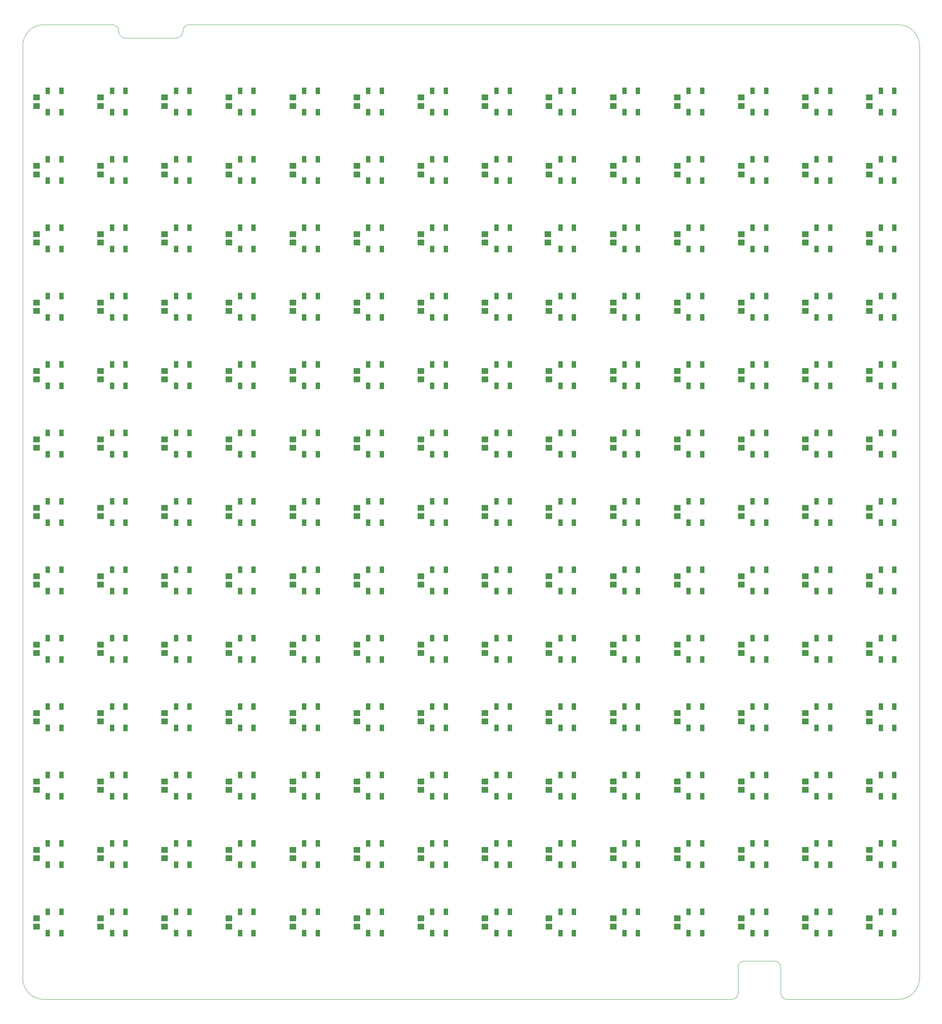
<source format=gbr>
%FSLAX46Y46*%
G04 Gerber Fmt 4.6, Leading zero omitted, Abs format (unit mm)*
G04 Created by KiCad (PCBNEW (2014-09-25 BZR 5147)-product) date Monday 13 October 2014 06:08:43 PM IST*
%MOMM*%
G01*
G04 APERTURE LIST*
%ADD10C,0.150000*%
%ADD11C,0.100000*%
%ADD12R,1.550000X1.350000*%
%ADD13R,1.016000X1.524000*%
G04 APERTURE END LIST*
D10*
D11*
X220000000Y-269000000D02*
X59000000Y-269000000D01*
X233000000Y-269000000D02*
X259000000Y-269000000D01*
X231500000Y-261500000D02*
X231500000Y-267500000D01*
X221500000Y-267500000D02*
X221500000Y-261500000D01*
X231500000Y-267500000D02*
G75*
G03X233000000Y-269000000I1500000J0D01*
G74*
G01*
X220000000Y-269000000D02*
G75*
G03X221500000Y-267500000I0J1500000D01*
G74*
G01*
X231500000Y-261500000D02*
G75*
G03X230000000Y-260000000I-1500000J0D01*
G74*
G01*
X223000000Y-260000000D02*
G75*
G03X221500000Y-261500000I0J-1500000D01*
G74*
G01*
X264000000Y-46000000D02*
X264000000Y-264000000D01*
X93000000Y-41000000D02*
X259000000Y-41000000D01*
X75000000Y-41000000D02*
X59000000Y-41000000D01*
X76500000Y-42500000D02*
X76500000Y-42600000D01*
X76500000Y-42500000D02*
G75*
G03X75000000Y-41000000I-1500000J0D01*
G74*
G01*
X91500000Y-42500000D02*
X91500000Y-42600000D01*
X93000000Y-41000000D02*
G75*
G03X91500000Y-42500000I0J-1500000D01*
G74*
G01*
X90000000Y-44100000D02*
G75*
G03X91500000Y-42600000I0J1500000D01*
G74*
G01*
X76500000Y-42600000D02*
G75*
G03X78000000Y-44100000I1500000J0D01*
G74*
G01*
X84000000Y-44100000D02*
X90000000Y-44100000D01*
X84000000Y-44100000D02*
X78000000Y-44100000D01*
X54000000Y-264000000D02*
X54000000Y-46000000D01*
X259000000Y-269000000D02*
G75*
G03X264000000Y-264000000I0J5000000D01*
G74*
G01*
X264000000Y-46000000D02*
G75*
G03X259000000Y-41000000I-5000000J0D01*
G74*
G01*
X59000000Y-41000000D02*
G75*
G03X54000000Y-46000000I0J-5000000D01*
G74*
G01*
X54000000Y-264000000D02*
G75*
G03X59000000Y-269000000I5000000J0D01*
G74*
G01*
X230000000Y-260000000D02*
X223000000Y-260000000D01*
D12*
X252250000Y-250000000D03*
X252250000Y-252000000D03*
X237250000Y-250000000D03*
X237250000Y-252000000D03*
X222250000Y-250000000D03*
X222250000Y-252000000D03*
X207250000Y-250000000D03*
X207250000Y-252000000D03*
X192250000Y-250000000D03*
X192250000Y-252000000D03*
X177250000Y-250000000D03*
X177250000Y-252000000D03*
X162250000Y-250000000D03*
X162250000Y-252000000D03*
X147250000Y-250000000D03*
X147250000Y-252000000D03*
X132250000Y-250000000D03*
X132250000Y-252000000D03*
X117250000Y-250000000D03*
X117250000Y-252000000D03*
X102250000Y-250000000D03*
X102250000Y-252000000D03*
X87250000Y-250000000D03*
X87250000Y-252000000D03*
X72250000Y-250000000D03*
X72250000Y-252000000D03*
X57250000Y-250000000D03*
X57250000Y-252000000D03*
X252250000Y-234000000D03*
X252250000Y-236000000D03*
X237250000Y-234000000D03*
X237250000Y-236000000D03*
X222250000Y-234000000D03*
X222250000Y-236000000D03*
X207250000Y-234000000D03*
X207250000Y-236000000D03*
X192250000Y-234000000D03*
X192250000Y-236000000D03*
X177250000Y-234000000D03*
X177250000Y-236000000D03*
X162250000Y-234000000D03*
X162250000Y-236000000D03*
X147250000Y-234000000D03*
X147250000Y-236000000D03*
X132250000Y-234000000D03*
X132250000Y-236000000D03*
X117250000Y-234000000D03*
X117250000Y-236000000D03*
X102250000Y-234000000D03*
X102250000Y-236000000D03*
X87250000Y-234000000D03*
X87250000Y-236000000D03*
X72250000Y-234000000D03*
X72250000Y-236000000D03*
X57250000Y-234000000D03*
X57250000Y-236000000D03*
X252250000Y-218000000D03*
X252250000Y-220000000D03*
X237250000Y-218000000D03*
X237250000Y-220000000D03*
X222250000Y-218000000D03*
X222250000Y-220000000D03*
X207250000Y-218000000D03*
X207250000Y-220000000D03*
X192250000Y-218000000D03*
X192250000Y-220000000D03*
X177250000Y-218000000D03*
X177250000Y-220000000D03*
X162250000Y-218000000D03*
X162250000Y-220000000D03*
X147250000Y-218000000D03*
X147250000Y-220000000D03*
X132250000Y-218000000D03*
X132250000Y-220000000D03*
X117250000Y-218000000D03*
X117250000Y-220000000D03*
X102250000Y-218000000D03*
X102250000Y-220000000D03*
X87250000Y-218000000D03*
X87250000Y-220000000D03*
X72250000Y-218000000D03*
X72250000Y-220000000D03*
X57250000Y-218000000D03*
X57250000Y-220000000D03*
X252250000Y-202000000D03*
X252250000Y-204000000D03*
X237250000Y-202000000D03*
X237250000Y-204000000D03*
X222250000Y-202000000D03*
X222250000Y-204000000D03*
X207250000Y-202000000D03*
X207250000Y-204000000D03*
X192250000Y-202000000D03*
X192250000Y-204000000D03*
X177250000Y-202000000D03*
X177250000Y-204000000D03*
X162250000Y-202000000D03*
X162250000Y-204000000D03*
X147250000Y-202000000D03*
X147250000Y-204000000D03*
X132250000Y-202000000D03*
X132250000Y-204000000D03*
X117250000Y-202000000D03*
X117250000Y-204000000D03*
X102250000Y-202000000D03*
X102250000Y-204000000D03*
X87250000Y-202000000D03*
X87250000Y-204000000D03*
X72250000Y-202000000D03*
X72250000Y-204000000D03*
X57250000Y-202000000D03*
X57250000Y-204000000D03*
X252250000Y-186000000D03*
X252250000Y-188000000D03*
X237250000Y-186000000D03*
X237250000Y-188000000D03*
X222250000Y-186000000D03*
X222250000Y-188000000D03*
X207250000Y-186000000D03*
X207250000Y-188000000D03*
X192250000Y-186000000D03*
X192250000Y-188000000D03*
X177250000Y-186000000D03*
X177250000Y-188000000D03*
X162250000Y-186000000D03*
X162250000Y-188000000D03*
X147250000Y-186000000D03*
X147250000Y-188000000D03*
X132250000Y-186000000D03*
X132250000Y-188000000D03*
X117250000Y-186000000D03*
X117250000Y-188000000D03*
X102250000Y-186000000D03*
X102250000Y-188000000D03*
X87250000Y-186000000D03*
X87250000Y-188000000D03*
X72250000Y-186000000D03*
X72250000Y-188000000D03*
X57250000Y-186000000D03*
X57250000Y-188000000D03*
X252250000Y-170000000D03*
X252250000Y-172000000D03*
X237250000Y-170000000D03*
X237250000Y-172000000D03*
X222250000Y-170000000D03*
X222250000Y-172000000D03*
X207250000Y-170000000D03*
X207250000Y-172000000D03*
X192250000Y-170000000D03*
X192250000Y-172000000D03*
X177250000Y-170000000D03*
X177250000Y-172000000D03*
X162250000Y-170000000D03*
X162250000Y-172000000D03*
X147250000Y-170000000D03*
X147250000Y-172000000D03*
X132250000Y-170000000D03*
X132250000Y-172000000D03*
X117250000Y-170000000D03*
X117250000Y-172000000D03*
X102250000Y-170000000D03*
X102250000Y-172000000D03*
X87250000Y-170000000D03*
X87250000Y-172000000D03*
X72250000Y-170000000D03*
X72250000Y-172000000D03*
X57250000Y-170000000D03*
X57250000Y-172000000D03*
X252250000Y-154000000D03*
X252250000Y-156000000D03*
X237250000Y-154000000D03*
X237250000Y-156000000D03*
X222250000Y-154000000D03*
X222250000Y-156000000D03*
X207250000Y-154000000D03*
X207250000Y-156000000D03*
X192250000Y-154000000D03*
X192250000Y-156000000D03*
X177250000Y-154000000D03*
X177250000Y-156000000D03*
X162250000Y-154000000D03*
X162250000Y-156000000D03*
X147250000Y-154000000D03*
X147250000Y-156000000D03*
X132250000Y-154000000D03*
X132250000Y-156000000D03*
X117250000Y-154000000D03*
X117250000Y-156000000D03*
X102250000Y-154000000D03*
X102250000Y-156000000D03*
X87250000Y-154000000D03*
X87250000Y-156000000D03*
X72250000Y-154000000D03*
X72250000Y-156000000D03*
X57250000Y-154000000D03*
X57250000Y-156000000D03*
X252250000Y-138000000D03*
X252250000Y-140000000D03*
X237250000Y-138000000D03*
X237250000Y-140000000D03*
X222250000Y-138000000D03*
X222250000Y-140000000D03*
X207250000Y-138000000D03*
X207250000Y-140000000D03*
X192250000Y-138000000D03*
X192250000Y-140000000D03*
X177250000Y-138000000D03*
X177250000Y-140000000D03*
X162250000Y-138000000D03*
X162250000Y-140000000D03*
X147250000Y-138000000D03*
X147250000Y-140000000D03*
X132250000Y-138000000D03*
X132250000Y-140000000D03*
X117250000Y-138000000D03*
X117250000Y-140000000D03*
X102250000Y-138000000D03*
X102250000Y-140000000D03*
X87250000Y-138000000D03*
X87250000Y-140000000D03*
X72250000Y-138000000D03*
X72250000Y-140000000D03*
X57250000Y-138000000D03*
X57250000Y-140000000D03*
X252250000Y-122000000D03*
X252250000Y-124000000D03*
X237250000Y-122000000D03*
X237250000Y-124000000D03*
X222250000Y-122000000D03*
X222250000Y-124000000D03*
X207250000Y-122000000D03*
X207250000Y-124000000D03*
X192250000Y-122000000D03*
X192250000Y-124000000D03*
X177250000Y-122000000D03*
X177250000Y-124000000D03*
X162250000Y-122000000D03*
X162250000Y-124000000D03*
X147250000Y-122000000D03*
X147250000Y-124000000D03*
X132250000Y-122000000D03*
X132250000Y-124000000D03*
X117250000Y-122000000D03*
X117250000Y-124000000D03*
X102250000Y-122000000D03*
X102250000Y-124000000D03*
X87250000Y-122000000D03*
X87250000Y-124000000D03*
X72250000Y-122000000D03*
X72250000Y-124000000D03*
X57250000Y-122000000D03*
X57250000Y-124000000D03*
X252250000Y-106000000D03*
X252250000Y-108000000D03*
X237250000Y-106000000D03*
X237250000Y-108000000D03*
X222250000Y-106000000D03*
X222250000Y-108000000D03*
X207250000Y-106000000D03*
X207250000Y-108000000D03*
X192250000Y-106000000D03*
X192250000Y-108000000D03*
X177250000Y-106000000D03*
X177250000Y-108000000D03*
X162250000Y-106000000D03*
X162250000Y-108000000D03*
X147250000Y-106000000D03*
X147250000Y-108000000D03*
X132250000Y-106000000D03*
X132250000Y-108000000D03*
X117250000Y-106000000D03*
X117250000Y-108000000D03*
X102250000Y-106000000D03*
X102250000Y-108000000D03*
X87250000Y-106000000D03*
X87250000Y-108000000D03*
X72250000Y-106000000D03*
X72250000Y-108000000D03*
X57250000Y-106000000D03*
X57250000Y-108000000D03*
X252250000Y-90000000D03*
X252250000Y-92000000D03*
X237250000Y-90000000D03*
X237250000Y-92000000D03*
X222250000Y-90000000D03*
X222250000Y-92000000D03*
X207250000Y-90000000D03*
X207250000Y-92000000D03*
X192250000Y-90000000D03*
X192250000Y-92000000D03*
X177000000Y-90000000D03*
X177000000Y-92000000D03*
X162250000Y-90000000D03*
X162250000Y-92000000D03*
X147250000Y-90000000D03*
X147250000Y-92000000D03*
X132250000Y-90000000D03*
X132250000Y-92000000D03*
X117250000Y-90000000D03*
X117250000Y-92000000D03*
X102250000Y-90000000D03*
X102250000Y-92000000D03*
X87250000Y-90000000D03*
X87250000Y-92000000D03*
X72250000Y-90000000D03*
X72250000Y-92000000D03*
X57250000Y-90000000D03*
X57250000Y-92000000D03*
X252250000Y-74000000D03*
X252250000Y-76000000D03*
X237250000Y-74000000D03*
X237250000Y-76000000D03*
X222250000Y-74000000D03*
X222250000Y-76000000D03*
X207250000Y-74000000D03*
X207250000Y-76000000D03*
X192250000Y-74000000D03*
X192250000Y-76000000D03*
X177250000Y-74000000D03*
X177250000Y-76000000D03*
X162250000Y-74000000D03*
X162250000Y-76000000D03*
X147250000Y-74000000D03*
X147250000Y-76000000D03*
X132250000Y-74000000D03*
X132250000Y-76000000D03*
X117250000Y-74000000D03*
X117250000Y-76000000D03*
X102250000Y-74000000D03*
X102250000Y-76000000D03*
X87250000Y-74000000D03*
X87250000Y-76000000D03*
X72250000Y-74000000D03*
X72250000Y-76000000D03*
X57250000Y-74000000D03*
X57250000Y-76000000D03*
X252250000Y-58000000D03*
X252250000Y-60000000D03*
X237250000Y-58000000D03*
X237250000Y-60000000D03*
X222250000Y-58000000D03*
X222250000Y-60000000D03*
X207250000Y-58000000D03*
X207250000Y-60000000D03*
X192250000Y-58000000D03*
X192250000Y-60000000D03*
X177250000Y-58000000D03*
X177250000Y-60000000D03*
X162250000Y-58000000D03*
X162250000Y-60000000D03*
X147250000Y-58000000D03*
X147250000Y-60000000D03*
X132250000Y-58000000D03*
X132250000Y-60000000D03*
X117250000Y-58000000D03*
X117250000Y-60000000D03*
X102250000Y-58000000D03*
X102250000Y-60000000D03*
X87250000Y-58000000D03*
X87250000Y-60000000D03*
X72250000Y-58000000D03*
X72250000Y-60000000D03*
X57250000Y-58000000D03*
X57250000Y-60000000D03*
D13*
X138087500Y-72523500D03*
X134912500Y-72523500D03*
X134912500Y-77476500D03*
X138087500Y-77476500D03*
X258087500Y-248523500D03*
X254912500Y-248523500D03*
X254912500Y-253476500D03*
X258087500Y-253476500D03*
X243087500Y-248523500D03*
X239912500Y-248523500D03*
X239912500Y-253476500D03*
X243087500Y-253476500D03*
X228087500Y-248523500D03*
X224912500Y-248523500D03*
X224912500Y-253476500D03*
X228087500Y-253476500D03*
X213087500Y-248523500D03*
X209912500Y-248523500D03*
X209912500Y-253476500D03*
X213087500Y-253476500D03*
X198087500Y-248523500D03*
X194912500Y-248523500D03*
X194912500Y-253476500D03*
X198087500Y-253476500D03*
X183087500Y-248523500D03*
X179912500Y-248523500D03*
X179912500Y-253476500D03*
X183087500Y-253476500D03*
X168087500Y-248523500D03*
X164912500Y-248523500D03*
X164912500Y-253476500D03*
X168087500Y-253476500D03*
X153087500Y-248523500D03*
X149912500Y-248523500D03*
X149912500Y-253476500D03*
X153087500Y-253476500D03*
X138087500Y-248523500D03*
X134912500Y-248523500D03*
X134912500Y-253476500D03*
X138087500Y-253476500D03*
X123087500Y-248523500D03*
X119912500Y-248523500D03*
X119912500Y-253476500D03*
X123087500Y-253476500D03*
X108087500Y-248523500D03*
X104912500Y-248523500D03*
X104912500Y-253476500D03*
X108087500Y-253476500D03*
X93087500Y-248523500D03*
X89912500Y-248523500D03*
X89912500Y-253476500D03*
X93087500Y-253476500D03*
X78087500Y-248523500D03*
X74912500Y-248523500D03*
X74912500Y-253476500D03*
X78087500Y-253476500D03*
X63087500Y-248523500D03*
X59912500Y-248523500D03*
X59912500Y-253476500D03*
X63087500Y-253476500D03*
X258087500Y-232523500D03*
X254912500Y-232523500D03*
X254912500Y-237476500D03*
X258087500Y-237476500D03*
X243087500Y-232523500D03*
X239912500Y-232523500D03*
X239912500Y-237476500D03*
X243087500Y-237476500D03*
X228087500Y-232523500D03*
X224912500Y-232523500D03*
X224912500Y-237476500D03*
X228087500Y-237476500D03*
X213087500Y-232523500D03*
X209912500Y-232523500D03*
X209912500Y-237476500D03*
X213087500Y-237476500D03*
X198087500Y-232523500D03*
X194912500Y-232523500D03*
X194912500Y-237476500D03*
X198087500Y-237476500D03*
X183087500Y-232523500D03*
X179912500Y-232523500D03*
X179912500Y-237476500D03*
X183087500Y-237476500D03*
X168087500Y-232523500D03*
X164912500Y-232523500D03*
X164912500Y-237476500D03*
X168087500Y-237476500D03*
X153087500Y-232523500D03*
X149912500Y-232523500D03*
X149912500Y-237476500D03*
X153087500Y-237476500D03*
X138087500Y-232523500D03*
X134912500Y-232523500D03*
X134912500Y-237476500D03*
X138087500Y-237476500D03*
X123087500Y-232523500D03*
X119912500Y-232523500D03*
X119912500Y-237476500D03*
X123087500Y-237476500D03*
X108087500Y-232523500D03*
X104912500Y-232523500D03*
X104912500Y-237476500D03*
X108087500Y-237476500D03*
X93087500Y-232523500D03*
X89912500Y-232523500D03*
X89912500Y-237476500D03*
X93087500Y-237476500D03*
X78087500Y-232523500D03*
X74912500Y-232523500D03*
X74912500Y-237476500D03*
X78087500Y-237476500D03*
X63087500Y-232523500D03*
X59912500Y-232523500D03*
X59912500Y-237476500D03*
X63087500Y-237476500D03*
X258087500Y-216523500D03*
X254912500Y-216523500D03*
X254912500Y-221476500D03*
X258087500Y-221476500D03*
X243087500Y-216523500D03*
X239912500Y-216523500D03*
X239912500Y-221476500D03*
X243087500Y-221476500D03*
X228087500Y-216523500D03*
X224912500Y-216523500D03*
X224912500Y-221476500D03*
X228087500Y-221476500D03*
X213087500Y-216523500D03*
X209912500Y-216523500D03*
X209912500Y-221476500D03*
X213087500Y-221476500D03*
X198087500Y-216523500D03*
X194912500Y-216523500D03*
X194912500Y-221476500D03*
X198087500Y-221476500D03*
X183087500Y-216523500D03*
X179912500Y-216523500D03*
X179912500Y-221476500D03*
X183087500Y-221476500D03*
X168087500Y-216523500D03*
X164912500Y-216523500D03*
X164912500Y-221476500D03*
X168087500Y-221476500D03*
X153087500Y-216523500D03*
X149912500Y-216523500D03*
X149912500Y-221476500D03*
X153087500Y-221476500D03*
X138087500Y-216523500D03*
X134912500Y-216523500D03*
X134912500Y-221476500D03*
X138087500Y-221476500D03*
X123087500Y-216523500D03*
X119912500Y-216523500D03*
X119912500Y-221476500D03*
X123087500Y-221476500D03*
X108087500Y-216523500D03*
X104912500Y-216523500D03*
X104912500Y-221476500D03*
X108087500Y-221476500D03*
X93087500Y-216523500D03*
X89912500Y-216523500D03*
X89912500Y-221476500D03*
X93087500Y-221476500D03*
X78087500Y-216523500D03*
X74912500Y-216523500D03*
X74912500Y-221476500D03*
X78087500Y-221476500D03*
X63087500Y-216523500D03*
X59912500Y-216523500D03*
X59912500Y-221476500D03*
X63087500Y-221476500D03*
X258087500Y-200523500D03*
X254912500Y-200523500D03*
X254912500Y-205476500D03*
X258087500Y-205476500D03*
X243087500Y-200523500D03*
X239912500Y-200523500D03*
X239912500Y-205476500D03*
X243087500Y-205476500D03*
X228087500Y-200523500D03*
X224912500Y-200523500D03*
X224912500Y-205476500D03*
X228087500Y-205476500D03*
X213087500Y-200523500D03*
X209912500Y-200523500D03*
X209912500Y-205476500D03*
X213087500Y-205476500D03*
X198087500Y-200523500D03*
X194912500Y-200523500D03*
X194912500Y-205476500D03*
X198087500Y-205476500D03*
X183087500Y-200523500D03*
X179912500Y-200523500D03*
X179912500Y-205476500D03*
X183087500Y-205476500D03*
X168087500Y-200523500D03*
X164912500Y-200523500D03*
X164912500Y-205476500D03*
X168087500Y-205476500D03*
X153087500Y-200523500D03*
X149912500Y-200523500D03*
X149912500Y-205476500D03*
X153087500Y-205476500D03*
X138087500Y-200523500D03*
X134912500Y-200523500D03*
X134912500Y-205476500D03*
X138087500Y-205476500D03*
X123087500Y-200523500D03*
X119912500Y-200523500D03*
X119912500Y-205476500D03*
X123087500Y-205476500D03*
X108087500Y-200523500D03*
X104912500Y-200523500D03*
X104912500Y-205476500D03*
X108087500Y-205476500D03*
X93087500Y-200523500D03*
X89912500Y-200523500D03*
X89912500Y-205476500D03*
X93087500Y-205476500D03*
X78087500Y-200523500D03*
X74912500Y-200523500D03*
X74912500Y-205476500D03*
X78087500Y-205476500D03*
X63087500Y-200523500D03*
X59912500Y-200523500D03*
X59912500Y-205476500D03*
X63087500Y-205476500D03*
X258087500Y-184523500D03*
X254912500Y-184523500D03*
X254912500Y-189476500D03*
X258087500Y-189476500D03*
X243087500Y-184523500D03*
X239912500Y-184523500D03*
X239912500Y-189476500D03*
X243087500Y-189476500D03*
X228087500Y-184523500D03*
X224912500Y-184523500D03*
X224912500Y-189476500D03*
X228087500Y-189476500D03*
X213087500Y-184523500D03*
X209912500Y-184523500D03*
X209912500Y-189476500D03*
X213087500Y-189476500D03*
X198087500Y-184523500D03*
X194912500Y-184523500D03*
X194912500Y-189476500D03*
X198087500Y-189476500D03*
X183087500Y-184523500D03*
X179912500Y-184523500D03*
X179912500Y-189476500D03*
X183087500Y-189476500D03*
X168087500Y-184523500D03*
X164912500Y-184523500D03*
X164912500Y-189476500D03*
X168087500Y-189476500D03*
X153087500Y-184523500D03*
X149912500Y-184523500D03*
X149912500Y-189476500D03*
X153087500Y-189476500D03*
X138087500Y-184523500D03*
X134912500Y-184523500D03*
X134912500Y-189476500D03*
X138087500Y-189476500D03*
X123087500Y-184523500D03*
X119912500Y-184523500D03*
X119912500Y-189476500D03*
X123087500Y-189476500D03*
X108087500Y-184523500D03*
X104912500Y-184523500D03*
X104912500Y-189476500D03*
X108087500Y-189476500D03*
X93087500Y-184523500D03*
X89912500Y-184523500D03*
X89912500Y-189476500D03*
X93087500Y-189476500D03*
X78087500Y-184523500D03*
X74912500Y-184523500D03*
X74912500Y-189476500D03*
X78087500Y-189476500D03*
X63087500Y-184523500D03*
X59912500Y-184523500D03*
X59912500Y-189476500D03*
X63087500Y-189476500D03*
X258087500Y-168523500D03*
X254912500Y-168523500D03*
X254912500Y-173476500D03*
X258087500Y-173476500D03*
X243087500Y-168523500D03*
X239912500Y-168523500D03*
X239912500Y-173476500D03*
X243087500Y-173476500D03*
X228087500Y-168523500D03*
X224912500Y-168523500D03*
X224912500Y-173476500D03*
X228087500Y-173476500D03*
X213087500Y-168523500D03*
X209912500Y-168523500D03*
X209912500Y-173476500D03*
X213087500Y-173476500D03*
X198087500Y-168523500D03*
X194912500Y-168523500D03*
X194912500Y-173476500D03*
X198087500Y-173476500D03*
X183087500Y-168523500D03*
X179912500Y-168523500D03*
X179912500Y-173476500D03*
X183087500Y-173476500D03*
X168087500Y-168523500D03*
X164912500Y-168523500D03*
X164912500Y-173476500D03*
X168087500Y-173476500D03*
X153087500Y-168523500D03*
X149912500Y-168523500D03*
X149912500Y-173476500D03*
X153087500Y-173476500D03*
X138087500Y-168523500D03*
X134912500Y-168523500D03*
X134912500Y-173476500D03*
X138087500Y-173476500D03*
X123087500Y-168523500D03*
X119912500Y-168523500D03*
X119912500Y-173476500D03*
X123087500Y-173476500D03*
X108087500Y-168523500D03*
X104912500Y-168523500D03*
X104912500Y-173476500D03*
X108087500Y-173476500D03*
X93087500Y-168523500D03*
X89912500Y-168523500D03*
X89912500Y-173476500D03*
X93087500Y-173476500D03*
X78087500Y-168523500D03*
X74912500Y-168523500D03*
X74912500Y-173476500D03*
X78087500Y-173476500D03*
X63087500Y-168523500D03*
X59912500Y-168523500D03*
X59912500Y-173476500D03*
X63087500Y-173476500D03*
X258087500Y-152523500D03*
X254912500Y-152523500D03*
X254912500Y-157476500D03*
X258087500Y-157476500D03*
X243087500Y-152523500D03*
X239912500Y-152523500D03*
X239912500Y-157476500D03*
X243087500Y-157476500D03*
X228087500Y-152523500D03*
X224912500Y-152523500D03*
X224912500Y-157476500D03*
X228087500Y-157476500D03*
X213087500Y-152523500D03*
X209912500Y-152523500D03*
X209912500Y-157476500D03*
X213087500Y-157476500D03*
X198087500Y-152523500D03*
X194912500Y-152523500D03*
X194912500Y-157476500D03*
X198087500Y-157476500D03*
X183087500Y-152523500D03*
X179912500Y-152523500D03*
X179912500Y-157476500D03*
X183087500Y-157476500D03*
X168087500Y-152523500D03*
X164912500Y-152523500D03*
X164912500Y-157476500D03*
X168087500Y-157476500D03*
X153087500Y-152523500D03*
X149912500Y-152523500D03*
X149912500Y-157476500D03*
X153087500Y-157476500D03*
X138087500Y-152523500D03*
X134912500Y-152523500D03*
X134912500Y-157476500D03*
X138087500Y-157476500D03*
X123087500Y-152523500D03*
X119912500Y-152523500D03*
X119912500Y-157476500D03*
X123087500Y-157476500D03*
X108087500Y-152523500D03*
X104912500Y-152523500D03*
X104912500Y-157476500D03*
X108087500Y-157476500D03*
X93087500Y-152523500D03*
X89912500Y-152523500D03*
X89912500Y-157476500D03*
X93087500Y-157476500D03*
X78087500Y-152523500D03*
X74912500Y-152523500D03*
X74912500Y-157476500D03*
X78087500Y-157476500D03*
X63087500Y-152523500D03*
X59912500Y-152523500D03*
X59912500Y-157476500D03*
X63087500Y-157476500D03*
X258087500Y-136523500D03*
X254912500Y-136523500D03*
X254912500Y-141476500D03*
X258087500Y-141476500D03*
X243087500Y-136523500D03*
X239912500Y-136523500D03*
X239912500Y-141476500D03*
X243087500Y-141476500D03*
X228087500Y-136523500D03*
X224912500Y-136523500D03*
X224912500Y-141476500D03*
X228087500Y-141476500D03*
X213087500Y-136523500D03*
X209912500Y-136523500D03*
X209912500Y-141476500D03*
X213087500Y-141476500D03*
X198087500Y-136523500D03*
X194912500Y-136523500D03*
X194912500Y-141476500D03*
X198087500Y-141476500D03*
X183087500Y-136523500D03*
X179912500Y-136523500D03*
X179912500Y-141476500D03*
X183087500Y-141476500D03*
X168087500Y-136523500D03*
X164912500Y-136523500D03*
X164912500Y-141476500D03*
X168087500Y-141476500D03*
X153087500Y-136523500D03*
X149912500Y-136523500D03*
X149912500Y-141476500D03*
X153087500Y-141476500D03*
X138087500Y-136523500D03*
X134912500Y-136523500D03*
X134912500Y-141476500D03*
X138087500Y-141476500D03*
X123087500Y-136523500D03*
X119912500Y-136523500D03*
X119912500Y-141476500D03*
X123087500Y-141476500D03*
X108087500Y-136523500D03*
X104912500Y-136523500D03*
X104912500Y-141476500D03*
X108087500Y-141476500D03*
X93087500Y-136523500D03*
X89912500Y-136523500D03*
X89912500Y-141476500D03*
X93087500Y-141476500D03*
X78087500Y-136523500D03*
X74912500Y-136523500D03*
X74912500Y-141476500D03*
X78087500Y-141476500D03*
X63087500Y-136523500D03*
X59912500Y-136523500D03*
X59912500Y-141476500D03*
X63087500Y-141476500D03*
X258087500Y-120523500D03*
X254912500Y-120523500D03*
X254912500Y-125476500D03*
X258087500Y-125476500D03*
X243087500Y-120523500D03*
X239912500Y-120523500D03*
X239912500Y-125476500D03*
X243087500Y-125476500D03*
X228087500Y-120523500D03*
X224912500Y-120523500D03*
X224912500Y-125476500D03*
X228087500Y-125476500D03*
X213087500Y-120523500D03*
X209912500Y-120523500D03*
X209912500Y-125476500D03*
X213087500Y-125476500D03*
X198087500Y-120523500D03*
X194912500Y-120523500D03*
X194912500Y-125476500D03*
X198087500Y-125476500D03*
X183087500Y-120523500D03*
X179912500Y-120523500D03*
X179912500Y-125476500D03*
X183087500Y-125476500D03*
X168087500Y-120523500D03*
X164912500Y-120523500D03*
X164912500Y-125476500D03*
X168087500Y-125476500D03*
X153087500Y-120523500D03*
X149912500Y-120523500D03*
X149912500Y-125476500D03*
X153087500Y-125476500D03*
X138087500Y-120523500D03*
X134912500Y-120523500D03*
X134912500Y-125476500D03*
X138087500Y-125476500D03*
X123087500Y-120523500D03*
X119912500Y-120523500D03*
X119912500Y-125476500D03*
X123087500Y-125476500D03*
X108087500Y-120523500D03*
X104912500Y-120523500D03*
X104912500Y-125476500D03*
X108087500Y-125476500D03*
X93087500Y-120523500D03*
X89912500Y-120523500D03*
X89912500Y-125476500D03*
X93087500Y-125476500D03*
X78087500Y-120523500D03*
X74912500Y-120523500D03*
X74912500Y-125476500D03*
X78087500Y-125476500D03*
X63087500Y-120523500D03*
X59912500Y-120523500D03*
X59912500Y-125476500D03*
X63087500Y-125476500D03*
X258087500Y-104523500D03*
X254912500Y-104523500D03*
X254912500Y-109476500D03*
X258087500Y-109476500D03*
X243087500Y-104523500D03*
X239912500Y-104523500D03*
X239912500Y-109476500D03*
X243087500Y-109476500D03*
X228087500Y-104523500D03*
X224912500Y-104523500D03*
X224912500Y-109476500D03*
X228087500Y-109476500D03*
X213087500Y-104523500D03*
X209912500Y-104523500D03*
X209912500Y-109476500D03*
X213087500Y-109476500D03*
X198087500Y-104523500D03*
X194912500Y-104523500D03*
X194912500Y-109476500D03*
X198087500Y-109476500D03*
X183087500Y-104523500D03*
X179912500Y-104523500D03*
X179912500Y-109476500D03*
X183087500Y-109476500D03*
X168087500Y-104523500D03*
X164912500Y-104523500D03*
X164912500Y-109476500D03*
X168087500Y-109476500D03*
X153087500Y-104523500D03*
X149912500Y-104523500D03*
X149912500Y-109476500D03*
X153087500Y-109476500D03*
X138087500Y-104523500D03*
X134912500Y-104523500D03*
X134912500Y-109476500D03*
X138087500Y-109476500D03*
X123087500Y-104523500D03*
X119912500Y-104523500D03*
X119912500Y-109476500D03*
X123087500Y-109476500D03*
X108087500Y-104523500D03*
X104912500Y-104523500D03*
X104912500Y-109476500D03*
X108087500Y-109476500D03*
X93087500Y-104523500D03*
X89912500Y-104523500D03*
X89912500Y-109476500D03*
X93087500Y-109476500D03*
X78087500Y-104523500D03*
X74912500Y-104523500D03*
X74912500Y-109476500D03*
X78087500Y-109476500D03*
X63087500Y-104523500D03*
X59912500Y-104523500D03*
X59912500Y-109476500D03*
X63087500Y-109476500D03*
X258087500Y-88523500D03*
X254912500Y-88523500D03*
X254912500Y-93476500D03*
X258087500Y-93476500D03*
X243087500Y-88523500D03*
X239912500Y-88523500D03*
X239912500Y-93476500D03*
X243087500Y-93476500D03*
X228087500Y-88523500D03*
X224912500Y-88523500D03*
X224912500Y-93476500D03*
X228087500Y-93476500D03*
X213087500Y-88523500D03*
X209912500Y-88523500D03*
X209912500Y-93476500D03*
X213087500Y-93476500D03*
X198087500Y-88523500D03*
X194912500Y-88523500D03*
X194912500Y-93476500D03*
X198087500Y-93476500D03*
X183087500Y-88523500D03*
X179912500Y-88523500D03*
X179912500Y-93476500D03*
X183087500Y-93476500D03*
X168087500Y-88523500D03*
X164912500Y-88523500D03*
X164912500Y-93476500D03*
X168087500Y-93476500D03*
X153087500Y-88523500D03*
X149912500Y-88523500D03*
X149912500Y-93476500D03*
X153087500Y-93476500D03*
X138087500Y-88523500D03*
X134912500Y-88523500D03*
X134912500Y-93476500D03*
X138087500Y-93476500D03*
X123087500Y-88523500D03*
X119912500Y-88523500D03*
X119912500Y-93476500D03*
X123087500Y-93476500D03*
X108087500Y-88523500D03*
X104912500Y-88523500D03*
X104912500Y-93476500D03*
X108087500Y-93476500D03*
X93087500Y-88523500D03*
X89912500Y-88523500D03*
X89912500Y-93476500D03*
X93087500Y-93476500D03*
X78087500Y-88523500D03*
X74912500Y-88523500D03*
X74912500Y-93476500D03*
X78087500Y-93476500D03*
X63087500Y-88523500D03*
X59912500Y-88523500D03*
X59912500Y-93476500D03*
X63087500Y-93476500D03*
X258087500Y-72523500D03*
X254912500Y-72523500D03*
X254912500Y-77476500D03*
X258087500Y-77476500D03*
X243087500Y-72523500D03*
X239912500Y-72523500D03*
X239912500Y-77476500D03*
X243087500Y-77476500D03*
X228087500Y-72523500D03*
X224912500Y-72523500D03*
X224912500Y-77476500D03*
X228087500Y-77476500D03*
X213087500Y-72523500D03*
X209912500Y-72523500D03*
X209912500Y-77476500D03*
X213087500Y-77476500D03*
X198087500Y-72523500D03*
X194912500Y-72523500D03*
X194912500Y-77476500D03*
X198087500Y-77476500D03*
X183087500Y-72523500D03*
X179912500Y-72523500D03*
X179912500Y-77476500D03*
X183087500Y-77476500D03*
X168087500Y-72523500D03*
X164912500Y-72523500D03*
X164912500Y-77476500D03*
X168087500Y-77476500D03*
X153087500Y-72523500D03*
X149912500Y-72523500D03*
X149912500Y-77476500D03*
X153087500Y-77476500D03*
X123087500Y-72523500D03*
X119912500Y-72523500D03*
X119912500Y-77476500D03*
X123087500Y-77476500D03*
X108087500Y-72523500D03*
X104912500Y-72523500D03*
X104912500Y-77476500D03*
X108087500Y-77476500D03*
X93087500Y-72523500D03*
X89912500Y-72523500D03*
X89912500Y-77476500D03*
X93087500Y-77476500D03*
X78087500Y-72523500D03*
X74912500Y-72523500D03*
X74912500Y-77476500D03*
X78087500Y-77476500D03*
X63087500Y-72523500D03*
X59912500Y-72523500D03*
X59912500Y-77476500D03*
X63087500Y-77476500D03*
X258087500Y-56523500D03*
X254912500Y-56523500D03*
X254912500Y-61476500D03*
X258087500Y-61476500D03*
X243087500Y-56523500D03*
X239912500Y-56523500D03*
X239912500Y-61476500D03*
X243087500Y-61476500D03*
X228087500Y-56523500D03*
X224912500Y-56523500D03*
X224912500Y-61476500D03*
X228087500Y-61476500D03*
X213087500Y-56523500D03*
X209912500Y-56523500D03*
X209912500Y-61476500D03*
X213087500Y-61476500D03*
X198087500Y-56523500D03*
X194912500Y-56523500D03*
X194912500Y-61476500D03*
X198087500Y-61476500D03*
X183087500Y-56523500D03*
X179912500Y-56523500D03*
X179912500Y-61476500D03*
X183087500Y-61476500D03*
X168087500Y-56523500D03*
X164912500Y-56523500D03*
X164912500Y-61476500D03*
X168087500Y-61476500D03*
X153087500Y-56523500D03*
X149912500Y-56523500D03*
X149912500Y-61476500D03*
X153087500Y-61476500D03*
X138087500Y-56523500D03*
X134912500Y-56523500D03*
X134912500Y-61476500D03*
X138087500Y-61476500D03*
X123087500Y-56523500D03*
X119912500Y-56523500D03*
X119912500Y-61476500D03*
X123087500Y-61476500D03*
X108087500Y-56523500D03*
X104912500Y-56523500D03*
X104912500Y-61476500D03*
X108087500Y-61476500D03*
X93087500Y-56523500D03*
X89912500Y-56523500D03*
X89912500Y-61476500D03*
X93087500Y-61476500D03*
X78087500Y-56523500D03*
X74912500Y-56523500D03*
X74912500Y-61476500D03*
X78087500Y-61476500D03*
X63087500Y-56523500D03*
X59912500Y-56523500D03*
X59912500Y-61476500D03*
X63087500Y-61476500D03*
M02*

</source>
